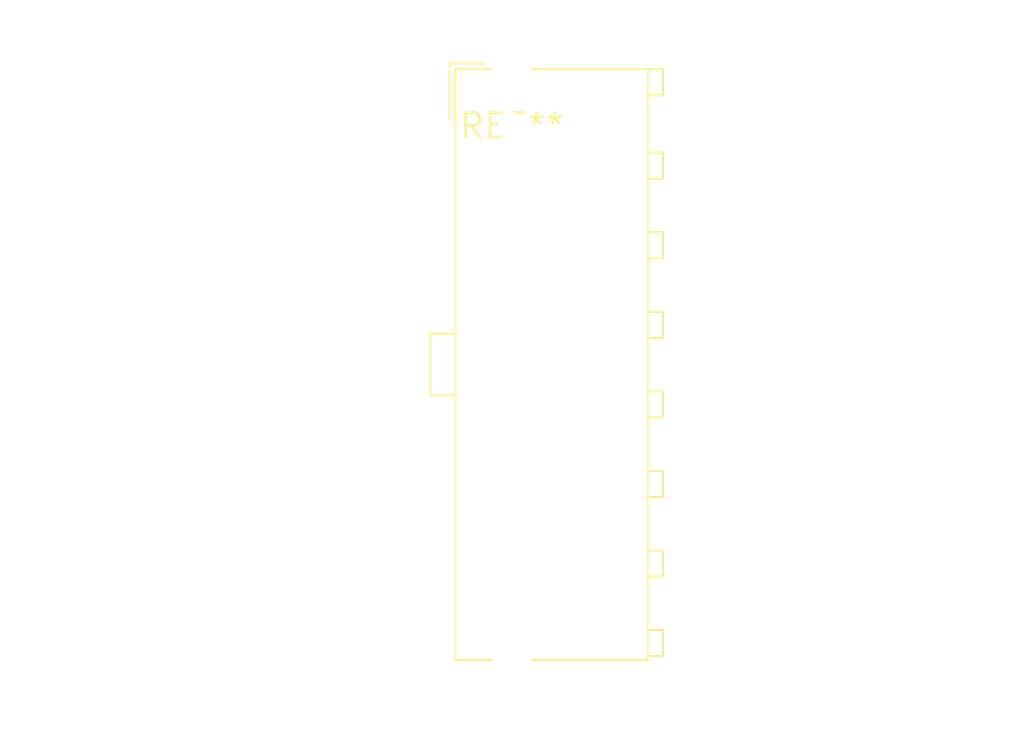
<source format=kicad_pcb>
(kicad_pcb (version 20240108) (generator pcbnew)
  (layers (0 "F.Cu" signal) (31 "B.Cu" signal) (34 "B.Paste" user) (35 "F.Paste" user) (36 "B.SilkS" user "B.Silkscreen") (37 "F.SilkS" user "F.Silkscreen") (38 "B.Mask" user) (39 "F.Mask" user) (44 "Edge.Cuts" user))
  (net 0 "")
  (footprint "TE_MATE-N-LOK_1-794067-x_2x07_P4.14mm_Vertical" (layer "F.Cu") (at 0 0)
    (property "Reference" "REF**")
    (property "Value" "TE_MATE-N-LOK_1-794067-x_2x07_P4.14mm_Vertical")
    (fp_line (start -4.255 10.81) (end -4.255 14.03) (layer "F.SilkS") (stroke (width 0.12)))
    (fp_line (start -4.255 14.03) (end -2.955 14.03) (layer "F.SilkS") (stroke (width 0.12)))
    (fp_line (start -3.255 -3.255) (end -3.255 -0.345) (layer "F.SilkS") (stroke (width 0.12)))
    (fp_line (start -2.955 -2.955) (end -2.955 27.795) (layer "F.SilkS") (stroke (width 0.12)))
    (fp_line (start -2.955 10.81) (end -4.255 10.81) (layer "F.SilkS") (stroke (width 0.12)))
    (fp_line (start -2.955 27.795) (end -1.103302 27.795) (layer "F.SilkS") (stroke (width 0.12)))
    (fp_line (start -1.42066 -3.255) (end -3.255 -3.255) (layer "F.SilkS") (stroke (width 0.12)))
    (fp_line (start -1.103302 -2.955) (end -2.955 -2.955) (layer "F.SilkS") (stroke (width 0.12)))
    (fp_line (start 1.103302 -2.955) (end 7.095 -2.955) (layer "F.SilkS") (stroke (width 0.12)))
    (fp_line (start 7.095 -2.955) (end 7.095 27.795) (layer "F.SilkS") (stroke (width 0.12)))
    (fp_line (start 7.095 -2.955) (end 7.855 -2.955) (layer "F.SilkS") (stroke (width 0.12)))
    (fp_line (start 7.095 1.39) (end 7.855 1.39) (layer "F.SilkS") (stroke (width 0.12)))
    (fp_line (start 7.095 5.53) (end 7.855 5.53) (layer "F.SilkS") (stroke (width 0.12)))
    (fp_line (start 7.095 9.67) (end 7.855 9.67) (layer "F.SilkS") (stroke (width 0.12)))
    (fp_line (start 7.095 13.81) (end 7.855 13.81) (layer "F.SilkS") (stroke (width 0.12)))
    (fp_line (start 7.095 17.95) (end 7.855 17.95) (layer "F.SilkS") (stroke (width 0.12)))
    (fp_line (start 7.095 22.09) (end 7.855 22.09) (layer "F.SilkS") (stroke (width 0.12)))
    (fp_line (start 7.095 26.23) (end 7.855 26.23) (layer "F.SilkS") (stroke (width 0.12)))
    (fp_line (start 7.095 27.795) (end 1.103302 27.795) (layer "F.SilkS") (stroke (width 0.12)))
    (fp_line (start 7.855 -2.955) (end 7.855 -1.595) (layer "F.SilkS") (stroke (width 0.12)))
    (fp_line (start 7.855 -1.595) (end 7.095 -1.595) (layer "F.SilkS") (stroke (width 0.12)))
    (fp_line (start 7.855 1.39) (end 7.855 2.75) (layer "F.SilkS") (stroke (width 0.12)))
    (fp_line (start 7.855 2.75) (end 7.095 2.75) (layer "F.SilkS") (stroke (width 0.12)))
    (fp_line (start 7.855 5.53) (end 7.855 6.89) (layer "F.SilkS") (stroke (width 0.12)))
    (fp_line (start 7.855 6.89) (end 7.095 6.89) (layer "F.SilkS") (stroke (width 0.12)))
    (fp_line (start 7.855 9.67) (end 7.855 11.03) (layer "F.SilkS") (stroke (width 0.12)))
    (fp_line (start 7.855 11.03) (end 7.095 11.03) (layer "F.SilkS") (stroke (width 0.12)))
    (fp_line (start 7.855 13.81) (end 7.855 15.17) (layer "F.SilkS") (stroke (width 0.12)))
    (fp_line (start 7.855 15.17) (end 7.095 15.17) (layer "F.SilkS") (stroke (width 0.12)))
    (fp_line (start 7.855 17.95) (end 7.855 19.31) (layer "F.SilkS") (stroke (width 0.12)))
    (fp_line (start 7.855 19.31) (end 7.095 19.31) (layer "F.SilkS") (stroke (width 0.12)))
    (fp_line (start 7.855 22.09) (end 7.855 23.45) (layer "F.SilkS") (stroke (width 0.12)))
    (fp_line (start 7.855 23.45) (end 7.095 23.45) (layer "F.SilkS") (stroke (width 0.12)))
    (fp_line (start 7.855 26.23) (end 7.855 27.59) (layer "F.SilkS") (stroke (width 0.12)))
    (fp_line (start 7.855 27.59) (end 7.095 27.59) (layer "F.SilkS") (stroke (width 0.12)))
    (pad "" np_thru_hole circle (at 0 -4.44) (size 3.18 3.18) (drill 3.18) (layers *.Cu *.Mask))
    (pad "" np_thru_hole circle (at 0 29.28) (size 3.18 3.18) (drill 3.18) (layers *.Cu *.Mask))
    (pad "1" thru_hole roundrect (at 0 0) (size 2.64 2.64) (drill 1.4) (layers *.Cu *.Mask) (remove_unused_layers) (roundrect_rratio 0.094697))
    (pad "2" thru_hole circle (at 0 4.14) (size 2.64 2.64) (drill 1.4) (layers *.Cu *.Mask) (remove_unused_layers))
    (pad "3" thru_hole circle (at 0 8.28) (size 2.64 2.64) (drill 1.4) (layers *.Cu *.Mask) (remove_unused_layers))
    (pad "4" thru_hole circle (at 0 12.42) (size 2.64 2.64) (drill 1.4) (layers *.Cu *.Mask) (remove_unused_layers))
    (pad "5" thru_hole circle (at 0 16.56) (size 2.64 2.64) (drill 1.4) (layers *.Cu *.Mask) (remove_unused_layers))
    (pad "6" thru_hole circle (at 0 20.7) (size 2.64 2.64) (drill 1.4) (layers *.Cu *.Mask) (remove_unused_layers))
    (pad "7" thru_hole circle (at 0 24.84) (size 2.64 2.64) (drill 1.4) (layers *.Cu *.Mask) (remove_unused_layers))
    (pad "8" thru_hole circle (at 4.14 0) (size 2.64 2.64) (drill 1.4) (layers *.Cu *.Mask) (remove_unused_layers))
    (pad "9" thru_hole circle (at 4.14 4.14) (size 2.64 2.64) (drill 1.4) (layers *.Cu *.Mask) (remove_unused_layers))
    (pad "10" thru_hole circle (at 4.14 8.28) (size 2.64 2.64) (drill 1.4) (layers *.Cu *.Mask) (remove_unused_layers))
    (pad "11" thru_hole circle (at 4.14 12.42) (size 2.64 2.64) (drill 1.4) (layers *.Cu *.Mask) (remove_unused_layers))
    (pad "12" thru_hole circle (at 4.14 16.56) (size 2.64 2.64) (drill 1.4) (layers *.Cu *.Mask) (remove_unused_layers))
    (pad "13" thru_hole circle (at 4.14 20.7) (size 2.64 2.64) (drill 1.4) (layers *.Cu *.Mask) (remove_unused_layers))
    (pad "14" thru_hole circle (at 4.14 24.84) (size 2.64 2.64) (drill 1.4) (layers *.Cu *.Mask) (remove_unused_layers))
  )
)
</source>
